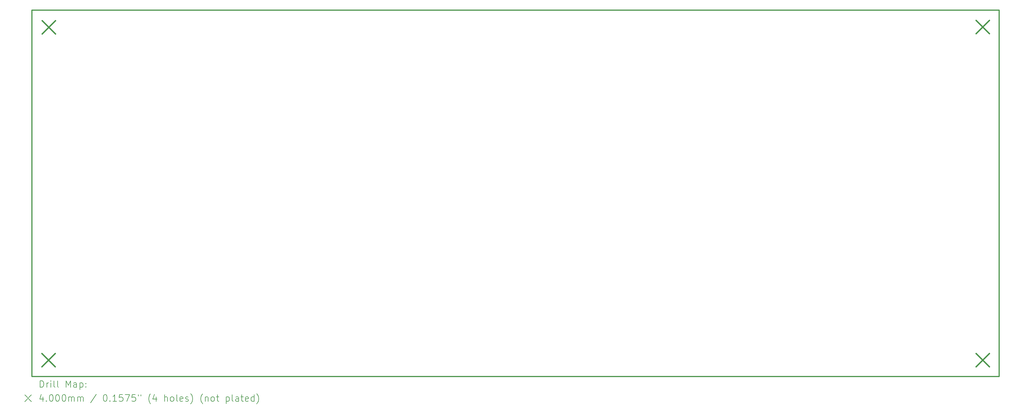
<source format=gbr>
%TF.GenerationSoftware,KiCad,Pcbnew,7.0.7*%
%TF.CreationDate,2023-09-20T11:02:52-05:00*%
%TF.ProjectId,SCR,5343522e-6b69-4636-9164-5f7063625858,rev?*%
%TF.SameCoordinates,Original*%
%TF.FileFunction,Drillmap*%
%TF.FilePolarity,Positive*%
%FSLAX45Y45*%
G04 Gerber Fmt 4.5, Leading zero omitted, Abs format (unit mm)*
G04 Created by KiCad (PCBNEW 7.0.7) date 2023-09-20 11:02:52*
%MOMM*%
%LPD*%
G01*
G04 APERTURE LIST*
%ADD10C,0.300000*%
%ADD11C,0.200000*%
%ADD12C,0.400000*%
G04 APERTURE END LIST*
D10*
X6831400Y-19752800D02*
X35831400Y-19752800D01*
X35831400Y-19752800D02*
X35831400Y-8752800D01*
X35831400Y-8752800D02*
X6831400Y-8752800D01*
X6831400Y-8752800D02*
X6831400Y-19752800D01*
D11*
D12*
X7126000Y-19062400D02*
X7526000Y-19462400D01*
X7526000Y-19062400D02*
X7126000Y-19462400D01*
X7136000Y-9062400D02*
X7536000Y-9462400D01*
X7536000Y-9062400D02*
X7136000Y-9462400D01*
X35136000Y-9052400D02*
X35536000Y-9452400D01*
X35536000Y-9052400D02*
X35136000Y-9452400D01*
X35136000Y-19062400D02*
X35536000Y-19462400D01*
X35536000Y-19062400D02*
X35136000Y-19462400D01*
D11*
X7077177Y-20079284D02*
X7077177Y-19879284D01*
X7077177Y-19879284D02*
X7124796Y-19879284D01*
X7124796Y-19879284D02*
X7153367Y-19888808D01*
X7153367Y-19888808D02*
X7172415Y-19907855D01*
X7172415Y-19907855D02*
X7181939Y-19926903D01*
X7181939Y-19926903D02*
X7191462Y-19964998D01*
X7191462Y-19964998D02*
X7191462Y-19993570D01*
X7191462Y-19993570D02*
X7181939Y-20031665D01*
X7181939Y-20031665D02*
X7172415Y-20050712D01*
X7172415Y-20050712D02*
X7153367Y-20069760D01*
X7153367Y-20069760D02*
X7124796Y-20079284D01*
X7124796Y-20079284D02*
X7077177Y-20079284D01*
X7277177Y-20079284D02*
X7277177Y-19945950D01*
X7277177Y-19984046D02*
X7286701Y-19964998D01*
X7286701Y-19964998D02*
X7296224Y-19955474D01*
X7296224Y-19955474D02*
X7315272Y-19945950D01*
X7315272Y-19945950D02*
X7334320Y-19945950D01*
X7400986Y-20079284D02*
X7400986Y-19945950D01*
X7400986Y-19879284D02*
X7391462Y-19888808D01*
X7391462Y-19888808D02*
X7400986Y-19898331D01*
X7400986Y-19898331D02*
X7410510Y-19888808D01*
X7410510Y-19888808D02*
X7400986Y-19879284D01*
X7400986Y-19879284D02*
X7400986Y-19898331D01*
X7524796Y-20079284D02*
X7505748Y-20069760D01*
X7505748Y-20069760D02*
X7496224Y-20050712D01*
X7496224Y-20050712D02*
X7496224Y-19879284D01*
X7629558Y-20079284D02*
X7610510Y-20069760D01*
X7610510Y-20069760D02*
X7600986Y-20050712D01*
X7600986Y-20050712D02*
X7600986Y-19879284D01*
X7858129Y-20079284D02*
X7858129Y-19879284D01*
X7858129Y-19879284D02*
X7924796Y-20022141D01*
X7924796Y-20022141D02*
X7991462Y-19879284D01*
X7991462Y-19879284D02*
X7991462Y-20079284D01*
X8172415Y-20079284D02*
X8172415Y-19974522D01*
X8172415Y-19974522D02*
X8162891Y-19955474D01*
X8162891Y-19955474D02*
X8143843Y-19945950D01*
X8143843Y-19945950D02*
X8105748Y-19945950D01*
X8105748Y-19945950D02*
X8086701Y-19955474D01*
X8172415Y-20069760D02*
X8153367Y-20079284D01*
X8153367Y-20079284D02*
X8105748Y-20079284D01*
X8105748Y-20079284D02*
X8086701Y-20069760D01*
X8086701Y-20069760D02*
X8077177Y-20050712D01*
X8077177Y-20050712D02*
X8077177Y-20031665D01*
X8077177Y-20031665D02*
X8086701Y-20012617D01*
X8086701Y-20012617D02*
X8105748Y-20003093D01*
X8105748Y-20003093D02*
X8153367Y-20003093D01*
X8153367Y-20003093D02*
X8172415Y-19993570D01*
X8267653Y-19945950D02*
X8267653Y-20145950D01*
X8267653Y-19955474D02*
X8286701Y-19945950D01*
X8286701Y-19945950D02*
X8324796Y-19945950D01*
X8324796Y-19945950D02*
X8343843Y-19955474D01*
X8343843Y-19955474D02*
X8353367Y-19964998D01*
X8353367Y-19964998D02*
X8362891Y-19984046D01*
X8362891Y-19984046D02*
X8362891Y-20041189D01*
X8362891Y-20041189D02*
X8353367Y-20060236D01*
X8353367Y-20060236D02*
X8343843Y-20069760D01*
X8343843Y-20069760D02*
X8324796Y-20079284D01*
X8324796Y-20079284D02*
X8286701Y-20079284D01*
X8286701Y-20079284D02*
X8267653Y-20069760D01*
X8448605Y-20060236D02*
X8458129Y-20069760D01*
X8458129Y-20069760D02*
X8448605Y-20079284D01*
X8448605Y-20079284D02*
X8439082Y-20069760D01*
X8439082Y-20069760D02*
X8448605Y-20060236D01*
X8448605Y-20060236D02*
X8448605Y-20079284D01*
X8448605Y-19955474D02*
X8458129Y-19964998D01*
X8458129Y-19964998D02*
X8448605Y-19974522D01*
X8448605Y-19974522D02*
X8439082Y-19964998D01*
X8439082Y-19964998D02*
X8448605Y-19955474D01*
X8448605Y-19955474D02*
X8448605Y-19974522D01*
X6616400Y-20307800D02*
X6816400Y-20507800D01*
X6816400Y-20307800D02*
X6616400Y-20507800D01*
X7162891Y-20365950D02*
X7162891Y-20499284D01*
X7115272Y-20289760D02*
X7067653Y-20432617D01*
X7067653Y-20432617D02*
X7191462Y-20432617D01*
X7267653Y-20480236D02*
X7277177Y-20489760D01*
X7277177Y-20489760D02*
X7267653Y-20499284D01*
X7267653Y-20499284D02*
X7258129Y-20489760D01*
X7258129Y-20489760D02*
X7267653Y-20480236D01*
X7267653Y-20480236D02*
X7267653Y-20499284D01*
X7400986Y-20299284D02*
X7420034Y-20299284D01*
X7420034Y-20299284D02*
X7439082Y-20308808D01*
X7439082Y-20308808D02*
X7448605Y-20318331D01*
X7448605Y-20318331D02*
X7458129Y-20337379D01*
X7458129Y-20337379D02*
X7467653Y-20375474D01*
X7467653Y-20375474D02*
X7467653Y-20423093D01*
X7467653Y-20423093D02*
X7458129Y-20461189D01*
X7458129Y-20461189D02*
X7448605Y-20480236D01*
X7448605Y-20480236D02*
X7439082Y-20489760D01*
X7439082Y-20489760D02*
X7420034Y-20499284D01*
X7420034Y-20499284D02*
X7400986Y-20499284D01*
X7400986Y-20499284D02*
X7381939Y-20489760D01*
X7381939Y-20489760D02*
X7372415Y-20480236D01*
X7372415Y-20480236D02*
X7362891Y-20461189D01*
X7362891Y-20461189D02*
X7353367Y-20423093D01*
X7353367Y-20423093D02*
X7353367Y-20375474D01*
X7353367Y-20375474D02*
X7362891Y-20337379D01*
X7362891Y-20337379D02*
X7372415Y-20318331D01*
X7372415Y-20318331D02*
X7381939Y-20308808D01*
X7381939Y-20308808D02*
X7400986Y-20299284D01*
X7591462Y-20299284D02*
X7610510Y-20299284D01*
X7610510Y-20299284D02*
X7629558Y-20308808D01*
X7629558Y-20308808D02*
X7639082Y-20318331D01*
X7639082Y-20318331D02*
X7648605Y-20337379D01*
X7648605Y-20337379D02*
X7658129Y-20375474D01*
X7658129Y-20375474D02*
X7658129Y-20423093D01*
X7658129Y-20423093D02*
X7648605Y-20461189D01*
X7648605Y-20461189D02*
X7639082Y-20480236D01*
X7639082Y-20480236D02*
X7629558Y-20489760D01*
X7629558Y-20489760D02*
X7610510Y-20499284D01*
X7610510Y-20499284D02*
X7591462Y-20499284D01*
X7591462Y-20499284D02*
X7572415Y-20489760D01*
X7572415Y-20489760D02*
X7562891Y-20480236D01*
X7562891Y-20480236D02*
X7553367Y-20461189D01*
X7553367Y-20461189D02*
X7543843Y-20423093D01*
X7543843Y-20423093D02*
X7543843Y-20375474D01*
X7543843Y-20375474D02*
X7553367Y-20337379D01*
X7553367Y-20337379D02*
X7562891Y-20318331D01*
X7562891Y-20318331D02*
X7572415Y-20308808D01*
X7572415Y-20308808D02*
X7591462Y-20299284D01*
X7781939Y-20299284D02*
X7800986Y-20299284D01*
X7800986Y-20299284D02*
X7820034Y-20308808D01*
X7820034Y-20308808D02*
X7829558Y-20318331D01*
X7829558Y-20318331D02*
X7839082Y-20337379D01*
X7839082Y-20337379D02*
X7848605Y-20375474D01*
X7848605Y-20375474D02*
X7848605Y-20423093D01*
X7848605Y-20423093D02*
X7839082Y-20461189D01*
X7839082Y-20461189D02*
X7829558Y-20480236D01*
X7829558Y-20480236D02*
X7820034Y-20489760D01*
X7820034Y-20489760D02*
X7800986Y-20499284D01*
X7800986Y-20499284D02*
X7781939Y-20499284D01*
X7781939Y-20499284D02*
X7762891Y-20489760D01*
X7762891Y-20489760D02*
X7753367Y-20480236D01*
X7753367Y-20480236D02*
X7743843Y-20461189D01*
X7743843Y-20461189D02*
X7734320Y-20423093D01*
X7734320Y-20423093D02*
X7734320Y-20375474D01*
X7734320Y-20375474D02*
X7743843Y-20337379D01*
X7743843Y-20337379D02*
X7753367Y-20318331D01*
X7753367Y-20318331D02*
X7762891Y-20308808D01*
X7762891Y-20308808D02*
X7781939Y-20299284D01*
X7934320Y-20499284D02*
X7934320Y-20365950D01*
X7934320Y-20384998D02*
X7943843Y-20375474D01*
X7943843Y-20375474D02*
X7962891Y-20365950D01*
X7962891Y-20365950D02*
X7991463Y-20365950D01*
X7991463Y-20365950D02*
X8010510Y-20375474D01*
X8010510Y-20375474D02*
X8020034Y-20394522D01*
X8020034Y-20394522D02*
X8020034Y-20499284D01*
X8020034Y-20394522D02*
X8029558Y-20375474D01*
X8029558Y-20375474D02*
X8048605Y-20365950D01*
X8048605Y-20365950D02*
X8077177Y-20365950D01*
X8077177Y-20365950D02*
X8096224Y-20375474D01*
X8096224Y-20375474D02*
X8105748Y-20394522D01*
X8105748Y-20394522D02*
X8105748Y-20499284D01*
X8200986Y-20499284D02*
X8200986Y-20365950D01*
X8200986Y-20384998D02*
X8210510Y-20375474D01*
X8210510Y-20375474D02*
X8229558Y-20365950D01*
X8229558Y-20365950D02*
X8258129Y-20365950D01*
X8258129Y-20365950D02*
X8277177Y-20375474D01*
X8277177Y-20375474D02*
X8286701Y-20394522D01*
X8286701Y-20394522D02*
X8286701Y-20499284D01*
X8286701Y-20394522D02*
X8296224Y-20375474D01*
X8296224Y-20375474D02*
X8315272Y-20365950D01*
X8315272Y-20365950D02*
X8343843Y-20365950D01*
X8343843Y-20365950D02*
X8362891Y-20375474D01*
X8362891Y-20375474D02*
X8372415Y-20394522D01*
X8372415Y-20394522D02*
X8372415Y-20499284D01*
X8762891Y-20289760D02*
X8591463Y-20546903D01*
X9020034Y-20299284D02*
X9039082Y-20299284D01*
X9039082Y-20299284D02*
X9058129Y-20308808D01*
X9058129Y-20308808D02*
X9067653Y-20318331D01*
X9067653Y-20318331D02*
X9077177Y-20337379D01*
X9077177Y-20337379D02*
X9086701Y-20375474D01*
X9086701Y-20375474D02*
X9086701Y-20423093D01*
X9086701Y-20423093D02*
X9077177Y-20461189D01*
X9077177Y-20461189D02*
X9067653Y-20480236D01*
X9067653Y-20480236D02*
X9058129Y-20489760D01*
X9058129Y-20489760D02*
X9039082Y-20499284D01*
X9039082Y-20499284D02*
X9020034Y-20499284D01*
X9020034Y-20499284D02*
X9000987Y-20489760D01*
X9000987Y-20489760D02*
X8991463Y-20480236D01*
X8991463Y-20480236D02*
X8981939Y-20461189D01*
X8981939Y-20461189D02*
X8972415Y-20423093D01*
X8972415Y-20423093D02*
X8972415Y-20375474D01*
X8972415Y-20375474D02*
X8981939Y-20337379D01*
X8981939Y-20337379D02*
X8991463Y-20318331D01*
X8991463Y-20318331D02*
X9000987Y-20308808D01*
X9000987Y-20308808D02*
X9020034Y-20299284D01*
X9172415Y-20480236D02*
X9181939Y-20489760D01*
X9181939Y-20489760D02*
X9172415Y-20499284D01*
X9172415Y-20499284D02*
X9162891Y-20489760D01*
X9162891Y-20489760D02*
X9172415Y-20480236D01*
X9172415Y-20480236D02*
X9172415Y-20499284D01*
X9372415Y-20499284D02*
X9258129Y-20499284D01*
X9315272Y-20499284D02*
X9315272Y-20299284D01*
X9315272Y-20299284D02*
X9296225Y-20327855D01*
X9296225Y-20327855D02*
X9277177Y-20346903D01*
X9277177Y-20346903D02*
X9258129Y-20356427D01*
X9553368Y-20299284D02*
X9458129Y-20299284D01*
X9458129Y-20299284D02*
X9448606Y-20394522D01*
X9448606Y-20394522D02*
X9458129Y-20384998D01*
X9458129Y-20384998D02*
X9477177Y-20375474D01*
X9477177Y-20375474D02*
X9524796Y-20375474D01*
X9524796Y-20375474D02*
X9543844Y-20384998D01*
X9543844Y-20384998D02*
X9553368Y-20394522D01*
X9553368Y-20394522D02*
X9562891Y-20413570D01*
X9562891Y-20413570D02*
X9562891Y-20461189D01*
X9562891Y-20461189D02*
X9553368Y-20480236D01*
X9553368Y-20480236D02*
X9543844Y-20489760D01*
X9543844Y-20489760D02*
X9524796Y-20499284D01*
X9524796Y-20499284D02*
X9477177Y-20499284D01*
X9477177Y-20499284D02*
X9458129Y-20489760D01*
X9458129Y-20489760D02*
X9448606Y-20480236D01*
X9629558Y-20299284D02*
X9762891Y-20299284D01*
X9762891Y-20299284D02*
X9677177Y-20499284D01*
X9934320Y-20299284D02*
X9839082Y-20299284D01*
X9839082Y-20299284D02*
X9829558Y-20394522D01*
X9829558Y-20394522D02*
X9839082Y-20384998D01*
X9839082Y-20384998D02*
X9858129Y-20375474D01*
X9858129Y-20375474D02*
X9905749Y-20375474D01*
X9905749Y-20375474D02*
X9924796Y-20384998D01*
X9924796Y-20384998D02*
X9934320Y-20394522D01*
X9934320Y-20394522D02*
X9943844Y-20413570D01*
X9943844Y-20413570D02*
X9943844Y-20461189D01*
X9943844Y-20461189D02*
X9934320Y-20480236D01*
X9934320Y-20480236D02*
X9924796Y-20489760D01*
X9924796Y-20489760D02*
X9905749Y-20499284D01*
X9905749Y-20499284D02*
X9858129Y-20499284D01*
X9858129Y-20499284D02*
X9839082Y-20489760D01*
X9839082Y-20489760D02*
X9829558Y-20480236D01*
X10020034Y-20299284D02*
X10020034Y-20337379D01*
X10096225Y-20299284D02*
X10096225Y-20337379D01*
X10391463Y-20575474D02*
X10381939Y-20565950D01*
X10381939Y-20565950D02*
X10362891Y-20537379D01*
X10362891Y-20537379D02*
X10353368Y-20518331D01*
X10353368Y-20518331D02*
X10343844Y-20489760D01*
X10343844Y-20489760D02*
X10334320Y-20442141D01*
X10334320Y-20442141D02*
X10334320Y-20404046D01*
X10334320Y-20404046D02*
X10343844Y-20356427D01*
X10343844Y-20356427D02*
X10353368Y-20327855D01*
X10353368Y-20327855D02*
X10362891Y-20308808D01*
X10362891Y-20308808D02*
X10381939Y-20280236D01*
X10381939Y-20280236D02*
X10391463Y-20270712D01*
X10553368Y-20365950D02*
X10553368Y-20499284D01*
X10505749Y-20289760D02*
X10458130Y-20432617D01*
X10458130Y-20432617D02*
X10581939Y-20432617D01*
X10810511Y-20499284D02*
X10810511Y-20299284D01*
X10896225Y-20499284D02*
X10896225Y-20394522D01*
X10896225Y-20394522D02*
X10886701Y-20375474D01*
X10886701Y-20375474D02*
X10867653Y-20365950D01*
X10867653Y-20365950D02*
X10839082Y-20365950D01*
X10839082Y-20365950D02*
X10820034Y-20375474D01*
X10820034Y-20375474D02*
X10810511Y-20384998D01*
X11020034Y-20499284D02*
X11000987Y-20489760D01*
X11000987Y-20489760D02*
X10991463Y-20480236D01*
X10991463Y-20480236D02*
X10981939Y-20461189D01*
X10981939Y-20461189D02*
X10981939Y-20404046D01*
X10981939Y-20404046D02*
X10991463Y-20384998D01*
X10991463Y-20384998D02*
X11000987Y-20375474D01*
X11000987Y-20375474D02*
X11020034Y-20365950D01*
X11020034Y-20365950D02*
X11048606Y-20365950D01*
X11048606Y-20365950D02*
X11067653Y-20375474D01*
X11067653Y-20375474D02*
X11077177Y-20384998D01*
X11077177Y-20384998D02*
X11086701Y-20404046D01*
X11086701Y-20404046D02*
X11086701Y-20461189D01*
X11086701Y-20461189D02*
X11077177Y-20480236D01*
X11077177Y-20480236D02*
X11067653Y-20489760D01*
X11067653Y-20489760D02*
X11048606Y-20499284D01*
X11048606Y-20499284D02*
X11020034Y-20499284D01*
X11200987Y-20499284D02*
X11181939Y-20489760D01*
X11181939Y-20489760D02*
X11172415Y-20470712D01*
X11172415Y-20470712D02*
X11172415Y-20299284D01*
X11353368Y-20489760D02*
X11334320Y-20499284D01*
X11334320Y-20499284D02*
X11296225Y-20499284D01*
X11296225Y-20499284D02*
X11277177Y-20489760D01*
X11277177Y-20489760D02*
X11267653Y-20470712D01*
X11267653Y-20470712D02*
X11267653Y-20394522D01*
X11267653Y-20394522D02*
X11277177Y-20375474D01*
X11277177Y-20375474D02*
X11296225Y-20365950D01*
X11296225Y-20365950D02*
X11334320Y-20365950D01*
X11334320Y-20365950D02*
X11353368Y-20375474D01*
X11353368Y-20375474D02*
X11362891Y-20394522D01*
X11362891Y-20394522D02*
X11362891Y-20413570D01*
X11362891Y-20413570D02*
X11267653Y-20432617D01*
X11439082Y-20489760D02*
X11458130Y-20499284D01*
X11458130Y-20499284D02*
X11496225Y-20499284D01*
X11496225Y-20499284D02*
X11515272Y-20489760D01*
X11515272Y-20489760D02*
X11524796Y-20470712D01*
X11524796Y-20470712D02*
X11524796Y-20461189D01*
X11524796Y-20461189D02*
X11515272Y-20442141D01*
X11515272Y-20442141D02*
X11496225Y-20432617D01*
X11496225Y-20432617D02*
X11467653Y-20432617D01*
X11467653Y-20432617D02*
X11448606Y-20423093D01*
X11448606Y-20423093D02*
X11439082Y-20404046D01*
X11439082Y-20404046D02*
X11439082Y-20394522D01*
X11439082Y-20394522D02*
X11448606Y-20375474D01*
X11448606Y-20375474D02*
X11467653Y-20365950D01*
X11467653Y-20365950D02*
X11496225Y-20365950D01*
X11496225Y-20365950D02*
X11515272Y-20375474D01*
X11591463Y-20575474D02*
X11600987Y-20565950D01*
X11600987Y-20565950D02*
X11620034Y-20537379D01*
X11620034Y-20537379D02*
X11629558Y-20518331D01*
X11629558Y-20518331D02*
X11639082Y-20489760D01*
X11639082Y-20489760D02*
X11648606Y-20442141D01*
X11648606Y-20442141D02*
X11648606Y-20404046D01*
X11648606Y-20404046D02*
X11639082Y-20356427D01*
X11639082Y-20356427D02*
X11629558Y-20327855D01*
X11629558Y-20327855D02*
X11620034Y-20308808D01*
X11620034Y-20308808D02*
X11600987Y-20280236D01*
X11600987Y-20280236D02*
X11591463Y-20270712D01*
X11953368Y-20575474D02*
X11943844Y-20565950D01*
X11943844Y-20565950D02*
X11924796Y-20537379D01*
X11924796Y-20537379D02*
X11915272Y-20518331D01*
X11915272Y-20518331D02*
X11905749Y-20489760D01*
X11905749Y-20489760D02*
X11896225Y-20442141D01*
X11896225Y-20442141D02*
X11896225Y-20404046D01*
X11896225Y-20404046D02*
X11905749Y-20356427D01*
X11905749Y-20356427D02*
X11915272Y-20327855D01*
X11915272Y-20327855D02*
X11924796Y-20308808D01*
X11924796Y-20308808D02*
X11943844Y-20280236D01*
X11943844Y-20280236D02*
X11953368Y-20270712D01*
X12029558Y-20365950D02*
X12029558Y-20499284D01*
X12029558Y-20384998D02*
X12039082Y-20375474D01*
X12039082Y-20375474D02*
X12058130Y-20365950D01*
X12058130Y-20365950D02*
X12086701Y-20365950D01*
X12086701Y-20365950D02*
X12105749Y-20375474D01*
X12105749Y-20375474D02*
X12115272Y-20394522D01*
X12115272Y-20394522D02*
X12115272Y-20499284D01*
X12239082Y-20499284D02*
X12220034Y-20489760D01*
X12220034Y-20489760D02*
X12210511Y-20480236D01*
X12210511Y-20480236D02*
X12200987Y-20461189D01*
X12200987Y-20461189D02*
X12200987Y-20404046D01*
X12200987Y-20404046D02*
X12210511Y-20384998D01*
X12210511Y-20384998D02*
X12220034Y-20375474D01*
X12220034Y-20375474D02*
X12239082Y-20365950D01*
X12239082Y-20365950D02*
X12267653Y-20365950D01*
X12267653Y-20365950D02*
X12286701Y-20375474D01*
X12286701Y-20375474D02*
X12296225Y-20384998D01*
X12296225Y-20384998D02*
X12305749Y-20404046D01*
X12305749Y-20404046D02*
X12305749Y-20461189D01*
X12305749Y-20461189D02*
X12296225Y-20480236D01*
X12296225Y-20480236D02*
X12286701Y-20489760D01*
X12286701Y-20489760D02*
X12267653Y-20499284D01*
X12267653Y-20499284D02*
X12239082Y-20499284D01*
X12362892Y-20365950D02*
X12439082Y-20365950D01*
X12391463Y-20299284D02*
X12391463Y-20470712D01*
X12391463Y-20470712D02*
X12400987Y-20489760D01*
X12400987Y-20489760D02*
X12420034Y-20499284D01*
X12420034Y-20499284D02*
X12439082Y-20499284D01*
X12658130Y-20365950D02*
X12658130Y-20565950D01*
X12658130Y-20375474D02*
X12677177Y-20365950D01*
X12677177Y-20365950D02*
X12715273Y-20365950D01*
X12715273Y-20365950D02*
X12734320Y-20375474D01*
X12734320Y-20375474D02*
X12743844Y-20384998D01*
X12743844Y-20384998D02*
X12753368Y-20404046D01*
X12753368Y-20404046D02*
X12753368Y-20461189D01*
X12753368Y-20461189D02*
X12743844Y-20480236D01*
X12743844Y-20480236D02*
X12734320Y-20489760D01*
X12734320Y-20489760D02*
X12715273Y-20499284D01*
X12715273Y-20499284D02*
X12677177Y-20499284D01*
X12677177Y-20499284D02*
X12658130Y-20489760D01*
X12867653Y-20499284D02*
X12848606Y-20489760D01*
X12848606Y-20489760D02*
X12839082Y-20470712D01*
X12839082Y-20470712D02*
X12839082Y-20299284D01*
X13029558Y-20499284D02*
X13029558Y-20394522D01*
X13029558Y-20394522D02*
X13020034Y-20375474D01*
X13020034Y-20375474D02*
X13000987Y-20365950D01*
X13000987Y-20365950D02*
X12962892Y-20365950D01*
X12962892Y-20365950D02*
X12943844Y-20375474D01*
X13029558Y-20489760D02*
X13010511Y-20499284D01*
X13010511Y-20499284D02*
X12962892Y-20499284D01*
X12962892Y-20499284D02*
X12943844Y-20489760D01*
X12943844Y-20489760D02*
X12934320Y-20470712D01*
X12934320Y-20470712D02*
X12934320Y-20451665D01*
X12934320Y-20451665D02*
X12943844Y-20432617D01*
X12943844Y-20432617D02*
X12962892Y-20423093D01*
X12962892Y-20423093D02*
X13010511Y-20423093D01*
X13010511Y-20423093D02*
X13029558Y-20413570D01*
X13096225Y-20365950D02*
X13172415Y-20365950D01*
X13124796Y-20299284D02*
X13124796Y-20470712D01*
X13124796Y-20470712D02*
X13134320Y-20489760D01*
X13134320Y-20489760D02*
X13153368Y-20499284D01*
X13153368Y-20499284D02*
X13172415Y-20499284D01*
X13315273Y-20489760D02*
X13296225Y-20499284D01*
X13296225Y-20499284D02*
X13258130Y-20499284D01*
X13258130Y-20499284D02*
X13239082Y-20489760D01*
X13239082Y-20489760D02*
X13229558Y-20470712D01*
X13229558Y-20470712D02*
X13229558Y-20394522D01*
X13229558Y-20394522D02*
X13239082Y-20375474D01*
X13239082Y-20375474D02*
X13258130Y-20365950D01*
X13258130Y-20365950D02*
X13296225Y-20365950D01*
X13296225Y-20365950D02*
X13315273Y-20375474D01*
X13315273Y-20375474D02*
X13324796Y-20394522D01*
X13324796Y-20394522D02*
X13324796Y-20413570D01*
X13324796Y-20413570D02*
X13229558Y-20432617D01*
X13496225Y-20499284D02*
X13496225Y-20299284D01*
X13496225Y-20489760D02*
X13477177Y-20499284D01*
X13477177Y-20499284D02*
X13439082Y-20499284D01*
X13439082Y-20499284D02*
X13420034Y-20489760D01*
X13420034Y-20489760D02*
X13410511Y-20480236D01*
X13410511Y-20480236D02*
X13400987Y-20461189D01*
X13400987Y-20461189D02*
X13400987Y-20404046D01*
X13400987Y-20404046D02*
X13410511Y-20384998D01*
X13410511Y-20384998D02*
X13420034Y-20375474D01*
X13420034Y-20375474D02*
X13439082Y-20365950D01*
X13439082Y-20365950D02*
X13477177Y-20365950D01*
X13477177Y-20365950D02*
X13496225Y-20375474D01*
X13572415Y-20575474D02*
X13581939Y-20565950D01*
X13581939Y-20565950D02*
X13600987Y-20537379D01*
X13600987Y-20537379D02*
X13610511Y-20518331D01*
X13610511Y-20518331D02*
X13620034Y-20489760D01*
X13620034Y-20489760D02*
X13629558Y-20442141D01*
X13629558Y-20442141D02*
X13629558Y-20404046D01*
X13629558Y-20404046D02*
X13620034Y-20356427D01*
X13620034Y-20356427D02*
X13610511Y-20327855D01*
X13610511Y-20327855D02*
X13600987Y-20308808D01*
X13600987Y-20308808D02*
X13581939Y-20280236D01*
X13581939Y-20280236D02*
X13572415Y-20270712D01*
M02*

</source>
